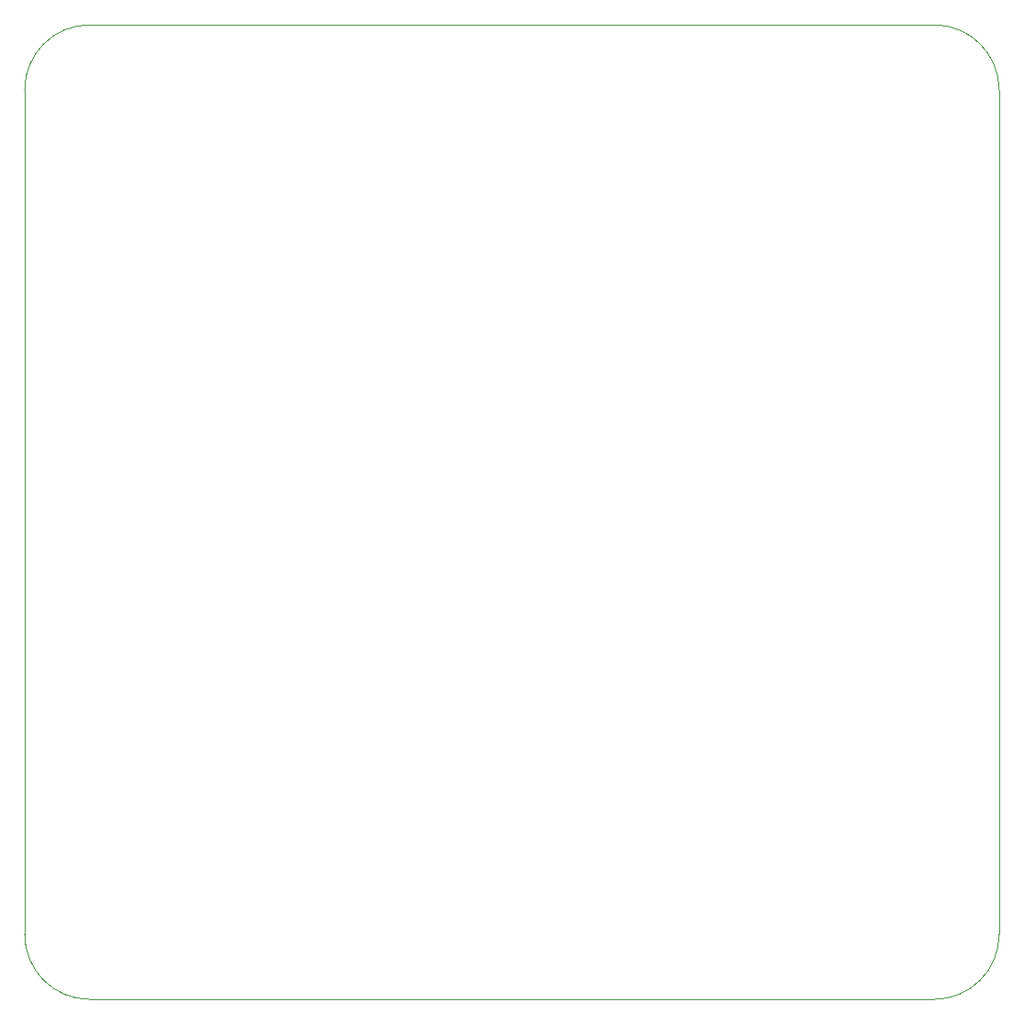
<source format=gbr>
%TF.GenerationSoftware,KiCad,Pcbnew,9.0.6*%
%TF.CreationDate,2026-01-14T23:48:26-05:00*%
%TF.ProjectId,DebuggingBoard,44656275-6767-4696-9e67-426f6172642e,rev?*%
%TF.SameCoordinates,Original*%
%TF.FileFunction,Profile,NP*%
%FSLAX46Y46*%
G04 Gerber Fmt 4.6, Leading zero omitted, Abs format (unit mm)*
G04 Created by KiCad (PCBNEW 9.0.6) date 2026-01-14 23:48:26*
%MOMM*%
%LPD*%
G01*
G04 APERTURE LIST*
%TA.AperFunction,Profile*%
%ADD10C,0.050000*%
%TD*%
G04 APERTURE END LIST*
D10*
X70000000Y-51000000D02*
G75*
G02*
X76000000Y-45000000I6000000J0D01*
G01*
X70000000Y-129000000D02*
X70000000Y-51000000D01*
X76000000Y-135000000D02*
G75*
G02*
X70000000Y-129000000I0J6000000D01*
G01*
X76000000Y-45000000D02*
X154000000Y-45000000D01*
X160000000Y-51000000D02*
X160000000Y-129000000D01*
X154000000Y-135000000D02*
X76000000Y-135000000D01*
X160000000Y-129000000D02*
G75*
G02*
X154000000Y-135000000I-6000000J0D01*
G01*
X154000000Y-45000000D02*
G75*
G02*
X160000000Y-51000000I0J-6000000D01*
G01*
M02*

</source>
